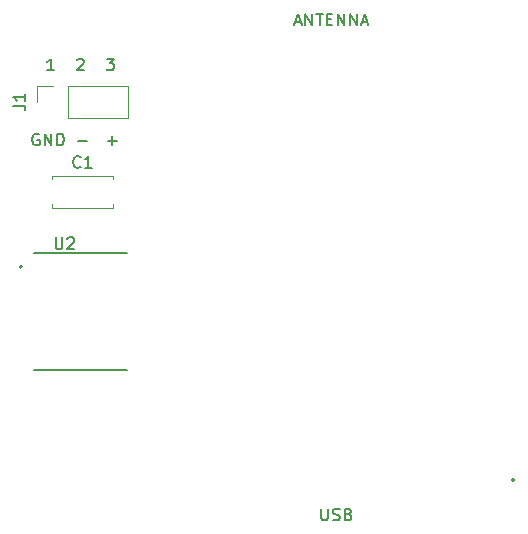
<source format=gbr>
%TF.GenerationSoftware,KiCad,Pcbnew,7.0.2-0*%
%TF.CreationDate,2023-09-29T11:13:34+09:30*%
%TF.ProjectId,ESP32DMX,45535033-3244-44d5-982e-6b696361645f,rev?*%
%TF.SameCoordinates,Original*%
%TF.FileFunction,Legend,Top*%
%TF.FilePolarity,Positive*%
%FSLAX46Y46*%
G04 Gerber Fmt 4.6, Leading zero omitted, Abs format (unit mm)*
G04 Created by KiCad (PCBNEW 7.0.2-0) date 2023-09-29 11:13:34*
%MOMM*%
%LPD*%
G01*
G04 APERTURE LIST*
%ADD10C,0.150000*%
%ADD11C,0.200000*%
%ADD12C,0.127000*%
%ADD13C,0.120000*%
G04 APERTURE END LIST*
D10*
X59293095Y-73156666D02*
X60055000Y-73156666D01*
X56006904Y-72585238D02*
X55911666Y-72537619D01*
X55911666Y-72537619D02*
X55768809Y-72537619D01*
X55768809Y-72537619D02*
X55625952Y-72585238D01*
X55625952Y-72585238D02*
X55530714Y-72680476D01*
X55530714Y-72680476D02*
X55483095Y-72775714D01*
X55483095Y-72775714D02*
X55435476Y-72966190D01*
X55435476Y-72966190D02*
X55435476Y-73109047D01*
X55435476Y-73109047D02*
X55483095Y-73299523D01*
X55483095Y-73299523D02*
X55530714Y-73394761D01*
X55530714Y-73394761D02*
X55625952Y-73490000D01*
X55625952Y-73490000D02*
X55768809Y-73537619D01*
X55768809Y-73537619D02*
X55864047Y-73537619D01*
X55864047Y-73537619D02*
X56006904Y-73490000D01*
X56006904Y-73490000D02*
X56054523Y-73442380D01*
X56054523Y-73442380D02*
X56054523Y-73109047D01*
X56054523Y-73109047D02*
X55864047Y-73109047D01*
X56483095Y-73537619D02*
X56483095Y-72537619D01*
X56483095Y-72537619D02*
X57054523Y-73537619D01*
X57054523Y-73537619D02*
X57054523Y-72537619D01*
X57530714Y-73537619D02*
X57530714Y-72537619D01*
X57530714Y-72537619D02*
X57768809Y-72537619D01*
X57768809Y-72537619D02*
X57911666Y-72585238D01*
X57911666Y-72585238D02*
X58006904Y-72680476D01*
X58006904Y-72680476D02*
X58054523Y-72775714D01*
X58054523Y-72775714D02*
X58102142Y-72966190D01*
X58102142Y-72966190D02*
X58102142Y-73109047D01*
X58102142Y-73109047D02*
X58054523Y-73299523D01*
X58054523Y-73299523D02*
X58006904Y-73394761D01*
X58006904Y-73394761D02*
X57911666Y-73490000D01*
X57911666Y-73490000D02*
X57768809Y-73537619D01*
X57768809Y-73537619D02*
X57530714Y-73537619D01*
X59245476Y-66282857D02*
X59293095Y-66235238D01*
X59293095Y-66235238D02*
X59388333Y-66187619D01*
X59388333Y-66187619D02*
X59626428Y-66187619D01*
X59626428Y-66187619D02*
X59721666Y-66235238D01*
X59721666Y-66235238D02*
X59769285Y-66282857D01*
X59769285Y-66282857D02*
X59816904Y-66378095D01*
X59816904Y-66378095D02*
X59816904Y-66473333D01*
X59816904Y-66473333D02*
X59769285Y-66616190D01*
X59769285Y-66616190D02*
X59197857Y-67187619D01*
X59197857Y-67187619D02*
X59816904Y-67187619D01*
X57276904Y-67187619D02*
X56705476Y-67187619D01*
X56991190Y-67187619D02*
X56991190Y-66187619D01*
X56991190Y-66187619D02*
X56895952Y-66330476D01*
X56895952Y-66330476D02*
X56800714Y-66425714D01*
X56800714Y-66425714D02*
X56705476Y-66473333D01*
X61737857Y-66187619D02*
X62356904Y-66187619D01*
X62356904Y-66187619D02*
X62023571Y-66568571D01*
X62023571Y-66568571D02*
X62166428Y-66568571D01*
X62166428Y-66568571D02*
X62261666Y-66616190D01*
X62261666Y-66616190D02*
X62309285Y-66663809D01*
X62309285Y-66663809D02*
X62356904Y-66759047D01*
X62356904Y-66759047D02*
X62356904Y-66997142D01*
X62356904Y-66997142D02*
X62309285Y-67092380D01*
X62309285Y-67092380D02*
X62261666Y-67140000D01*
X62261666Y-67140000D02*
X62166428Y-67187619D01*
X62166428Y-67187619D02*
X61880714Y-67187619D01*
X61880714Y-67187619D02*
X61785476Y-67140000D01*
X61785476Y-67140000D02*
X61737857Y-67092380D01*
X61833095Y-73156666D02*
X62595000Y-73156666D01*
X62214047Y-73537619D02*
X62214047Y-72775714D01*
X79887079Y-104287619D02*
X79887079Y-105097142D01*
X79887079Y-105097142D02*
X79934698Y-105192380D01*
X79934698Y-105192380D02*
X79982317Y-105240000D01*
X79982317Y-105240000D02*
X80077555Y-105287619D01*
X80077555Y-105287619D02*
X80268031Y-105287619D01*
X80268031Y-105287619D02*
X80363269Y-105240000D01*
X80363269Y-105240000D02*
X80410888Y-105192380D01*
X80410888Y-105192380D02*
X80458507Y-105097142D01*
X80458507Y-105097142D02*
X80458507Y-104287619D01*
X80887079Y-105240000D02*
X81029936Y-105287619D01*
X81029936Y-105287619D02*
X81268031Y-105287619D01*
X81268031Y-105287619D02*
X81363269Y-105240000D01*
X81363269Y-105240000D02*
X81410888Y-105192380D01*
X81410888Y-105192380D02*
X81458507Y-105097142D01*
X81458507Y-105097142D02*
X81458507Y-105001904D01*
X81458507Y-105001904D02*
X81410888Y-104906666D01*
X81410888Y-104906666D02*
X81363269Y-104859047D01*
X81363269Y-104859047D02*
X81268031Y-104811428D01*
X81268031Y-104811428D02*
X81077555Y-104763809D01*
X81077555Y-104763809D02*
X80982317Y-104716190D01*
X80982317Y-104716190D02*
X80934698Y-104668571D01*
X80934698Y-104668571D02*
X80887079Y-104573333D01*
X80887079Y-104573333D02*
X80887079Y-104478095D01*
X80887079Y-104478095D02*
X80934698Y-104382857D01*
X80934698Y-104382857D02*
X80982317Y-104335238D01*
X80982317Y-104335238D02*
X81077555Y-104287619D01*
X81077555Y-104287619D02*
X81315650Y-104287619D01*
X81315650Y-104287619D02*
X81458507Y-104335238D01*
X82220412Y-104763809D02*
X82363269Y-104811428D01*
X82363269Y-104811428D02*
X82410888Y-104859047D01*
X82410888Y-104859047D02*
X82458507Y-104954285D01*
X82458507Y-104954285D02*
X82458507Y-105097142D01*
X82458507Y-105097142D02*
X82410888Y-105192380D01*
X82410888Y-105192380D02*
X82363269Y-105240000D01*
X82363269Y-105240000D02*
X82268031Y-105287619D01*
X82268031Y-105287619D02*
X81887079Y-105287619D01*
X81887079Y-105287619D02*
X81887079Y-104287619D01*
X81887079Y-104287619D02*
X82220412Y-104287619D01*
X82220412Y-104287619D02*
X82315650Y-104335238D01*
X82315650Y-104335238D02*
X82363269Y-104382857D01*
X82363269Y-104382857D02*
X82410888Y-104478095D01*
X82410888Y-104478095D02*
X82410888Y-104573333D01*
X82410888Y-104573333D02*
X82363269Y-104668571D01*
X82363269Y-104668571D02*
X82315650Y-104716190D01*
X82315650Y-104716190D02*
X82220412Y-104763809D01*
X82220412Y-104763809D02*
X81887079Y-104763809D01*
X77660476Y-63091904D02*
X78136666Y-63091904D01*
X77565238Y-63377619D02*
X77898571Y-62377619D01*
X77898571Y-62377619D02*
X78231904Y-63377619D01*
X78565238Y-63377619D02*
X78565238Y-62377619D01*
X78565238Y-62377619D02*
X79136666Y-63377619D01*
X79136666Y-63377619D02*
X79136666Y-62377619D01*
X79470000Y-62377619D02*
X80041428Y-62377619D01*
X79755714Y-63377619D02*
X79755714Y-62377619D01*
X80374762Y-62853809D02*
X80708095Y-62853809D01*
X80850952Y-63377619D02*
X80374762Y-63377619D01*
X80374762Y-63377619D02*
X80374762Y-62377619D01*
X80374762Y-62377619D02*
X80850952Y-62377619D01*
X81279524Y-63377619D02*
X81279524Y-62377619D01*
X81279524Y-62377619D02*
X81850952Y-63377619D01*
X81850952Y-63377619D02*
X81850952Y-62377619D01*
X82327143Y-63377619D02*
X82327143Y-62377619D01*
X82327143Y-62377619D02*
X82898571Y-63377619D01*
X82898571Y-63377619D02*
X82898571Y-62377619D01*
X83327143Y-63091904D02*
X83803333Y-63091904D01*
X83231905Y-63377619D02*
X83565238Y-62377619D01*
X83565238Y-62377619D02*
X83898571Y-63377619D01*
%TO.C,U2*%
X57403095Y-81325619D02*
X57403095Y-82135142D01*
X57403095Y-82135142D02*
X57450714Y-82230380D01*
X57450714Y-82230380D02*
X57498333Y-82278000D01*
X57498333Y-82278000D02*
X57593571Y-82325619D01*
X57593571Y-82325619D02*
X57784047Y-82325619D01*
X57784047Y-82325619D02*
X57879285Y-82278000D01*
X57879285Y-82278000D02*
X57926904Y-82230380D01*
X57926904Y-82230380D02*
X57974523Y-82135142D01*
X57974523Y-82135142D02*
X57974523Y-81325619D01*
X58403095Y-81420857D02*
X58450714Y-81373238D01*
X58450714Y-81373238D02*
X58545952Y-81325619D01*
X58545952Y-81325619D02*
X58784047Y-81325619D01*
X58784047Y-81325619D02*
X58879285Y-81373238D01*
X58879285Y-81373238D02*
X58926904Y-81420857D01*
X58926904Y-81420857D02*
X58974523Y-81516095D01*
X58974523Y-81516095D02*
X58974523Y-81611333D01*
X58974523Y-81611333D02*
X58926904Y-81754190D01*
X58926904Y-81754190D02*
X58355476Y-82325619D01*
X58355476Y-82325619D02*
X58974523Y-82325619D01*
%TO.C,C1*%
X59523333Y-75337380D02*
X59475714Y-75385000D01*
X59475714Y-75385000D02*
X59332857Y-75432619D01*
X59332857Y-75432619D02*
X59237619Y-75432619D01*
X59237619Y-75432619D02*
X59094762Y-75385000D01*
X59094762Y-75385000D02*
X58999524Y-75289761D01*
X58999524Y-75289761D02*
X58951905Y-75194523D01*
X58951905Y-75194523D02*
X58904286Y-75004047D01*
X58904286Y-75004047D02*
X58904286Y-74861190D01*
X58904286Y-74861190D02*
X58951905Y-74670714D01*
X58951905Y-74670714D02*
X58999524Y-74575476D01*
X58999524Y-74575476D02*
X59094762Y-74480238D01*
X59094762Y-74480238D02*
X59237619Y-74432619D01*
X59237619Y-74432619D02*
X59332857Y-74432619D01*
X59332857Y-74432619D02*
X59475714Y-74480238D01*
X59475714Y-74480238D02*
X59523333Y-74527857D01*
X60475714Y-75432619D02*
X59904286Y-75432619D01*
X60190000Y-75432619D02*
X60190000Y-74432619D01*
X60190000Y-74432619D02*
X60094762Y-74575476D01*
X60094762Y-74575476D02*
X59999524Y-74670714D01*
X59999524Y-74670714D02*
X59904286Y-74718333D01*
%TO.C,J1*%
X53842619Y-70183333D02*
X54556904Y-70183333D01*
X54556904Y-70183333D02*
X54699761Y-70230952D01*
X54699761Y-70230952D02*
X54795000Y-70326190D01*
X54795000Y-70326190D02*
X54842619Y-70469047D01*
X54842619Y-70469047D02*
X54842619Y-70564285D01*
X54842619Y-69183333D02*
X54842619Y-69754761D01*
X54842619Y-69469047D02*
X53842619Y-69469047D01*
X53842619Y-69469047D02*
X53985476Y-69564285D01*
X53985476Y-69564285D02*
X54080714Y-69659523D01*
X54080714Y-69659523D02*
X54128333Y-69754761D01*
D11*
%TO.C,U1*%
X96230000Y-101875000D02*
G75*
G03*
X96230000Y-101875000I-100000J0D01*
G01*
D12*
%TO.C,U2*%
X55595000Y-82675000D02*
X63465000Y-82675000D01*
X55595000Y-92585000D02*
X63465000Y-92585000D01*
D11*
X54555000Y-83820000D02*
G75*
G03*
X54555000Y-83820000I-100000J0D01*
G01*
D13*
%TO.C,C1*%
X57070000Y-76100000D02*
X57070000Y-76415000D01*
X57070000Y-76100000D02*
X62310000Y-76100000D01*
X57070000Y-78525000D02*
X57070000Y-78840000D01*
X57070000Y-78840000D02*
X62310000Y-78840000D01*
X62310000Y-76100000D02*
X62310000Y-76415000D01*
X62310000Y-78525000D02*
X62310000Y-78840000D01*
%TO.C,J1*%
X58420000Y-71180000D02*
X63560000Y-71180000D01*
X58420000Y-71180000D02*
X58420000Y-68520000D01*
X63560000Y-71180000D02*
X63560000Y-68520000D01*
X55820000Y-69850000D02*
X55820000Y-68520000D01*
X55820000Y-68520000D02*
X57150000Y-68520000D01*
X58420000Y-68520000D02*
X63560000Y-68520000D01*
%TD*%
M02*

</source>
